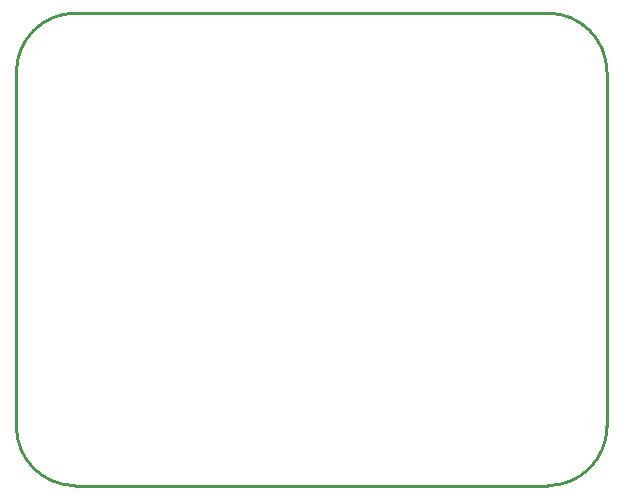
<source format=gm1>
G04 Layer_Color=16711935*
%FSAX24Y24*%
%MOIN*%
G70*
G01*
G75*
%ADD10C,0.0100*%
D10*
X029528Y023622D02*
G03*
X027559Y025591I-001969J000000D01*
G01*
Y009843D02*
G03*
X029528Y011811I000000J001969D01*
G01*
X011811Y025591D02*
G03*
X009843Y023622I000000J-001969D01*
G01*
X009843Y011811D02*
G03*
X011811Y009843I001969J000000D01*
G01*
Y025591D02*
X027559D01*
X029528Y011811D02*
Y023622D01*
X011811Y009843D02*
X027559D01*
X009843Y011811D02*
Y023622D01*
M02*

</source>
